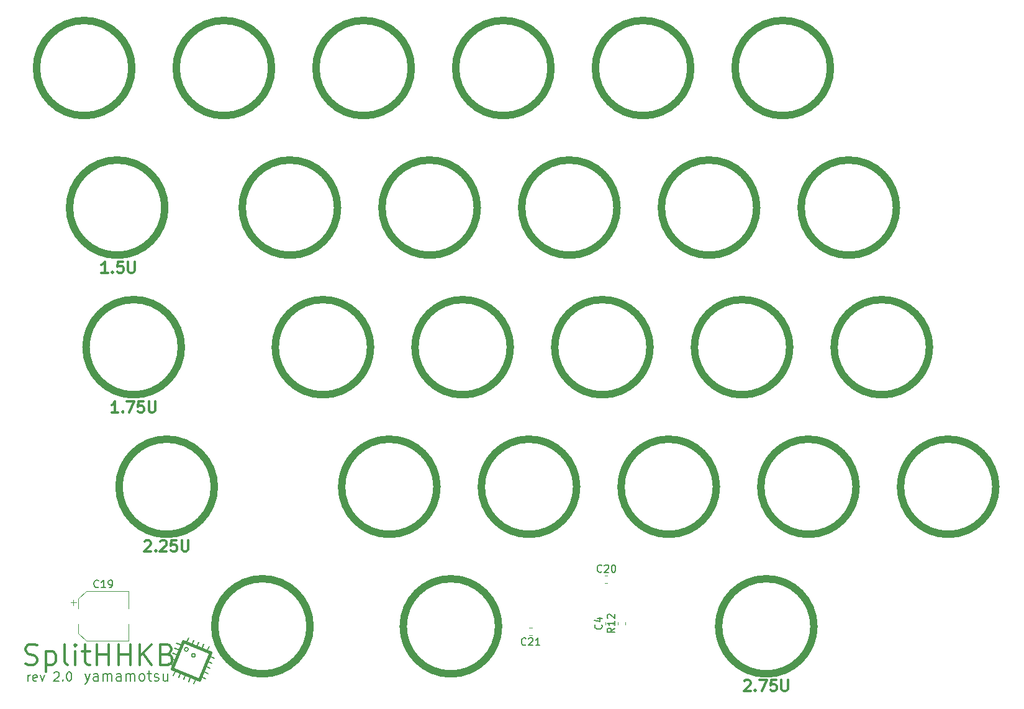
<source format=gbr>
G04 #@! TF.GenerationSoftware,KiCad,Pcbnew,(5.0.2)-1*
G04 #@! TF.CreationDate,2020-04-01T20:36:40+09:00*
G04 #@! TF.ProjectId,eckeyboard,65636b65-7962-46f6-9172-642e6b696361,rev?*
G04 #@! TF.SameCoordinates,Original*
G04 #@! TF.FileFunction,Legend,Top*
G04 #@! TF.FilePolarity,Positive*
%FSLAX46Y46*%
G04 Gerber Fmt 4.6, Leading zero omitted, Abs format (unit mm)*
G04 Created by KiCad (PCBNEW (5.0.2)-1) date 2020/04/01 20:36:40*
%MOMM*%
%LPD*%
G01*
G04 APERTURE LIST*
%ADD10C,0.300000*%
%ADD11C,0.200000*%
%ADD12C,0.120000*%
%ADD13C,1.000000*%
%ADD14C,0.400000*%
%ADD15C,0.150000*%
G04 APERTURE END LIST*
D10*
X42000000Y-131333333D02*
X42400000Y-131466666D01*
X43066666Y-131466666D01*
X43333333Y-131333333D01*
X43466666Y-131200000D01*
X43600000Y-130933333D01*
X43600000Y-130666666D01*
X43466666Y-130400000D01*
X43333333Y-130266666D01*
X43066666Y-130133333D01*
X42533333Y-130000000D01*
X42266666Y-129866666D01*
X42133333Y-129733333D01*
X42000000Y-129466666D01*
X42000000Y-129200000D01*
X42133333Y-128933333D01*
X42266666Y-128800000D01*
X42533333Y-128666666D01*
X43200000Y-128666666D01*
X43600000Y-128800000D01*
X44800000Y-129600000D02*
X44800000Y-132400000D01*
X44800000Y-129733333D02*
X45066666Y-129600000D01*
X45600000Y-129600000D01*
X45866666Y-129733333D01*
X46000000Y-129866666D01*
X46133333Y-130133333D01*
X46133333Y-130933333D01*
X46000000Y-131200000D01*
X45866666Y-131333333D01*
X45600000Y-131466666D01*
X45066666Y-131466666D01*
X44800000Y-131333333D01*
X47733333Y-131466666D02*
X47466666Y-131333333D01*
X47333333Y-131066666D01*
X47333333Y-128666666D01*
X48800000Y-131466666D02*
X48800000Y-129600000D01*
X48800000Y-128666666D02*
X48666666Y-128800000D01*
X48800000Y-128933333D01*
X48933333Y-128800000D01*
X48800000Y-128666666D01*
X48800000Y-128933333D01*
X49733333Y-129600000D02*
X50800000Y-129600000D01*
X50133333Y-128666666D02*
X50133333Y-131066666D01*
X50266666Y-131333333D01*
X50533333Y-131466666D01*
X50800000Y-131466666D01*
X51733333Y-131466666D02*
X51733333Y-128666666D01*
X51733333Y-130000000D02*
X53333333Y-130000000D01*
X53333333Y-131466666D02*
X53333333Y-128666666D01*
X54666666Y-131466666D02*
X54666666Y-128666666D01*
X54666666Y-130000000D02*
X56266666Y-130000000D01*
X56266666Y-131466666D02*
X56266666Y-128666666D01*
X57600000Y-131466666D02*
X57600000Y-128666666D01*
X59200000Y-131466666D02*
X58000000Y-129866666D01*
X59200000Y-128666666D02*
X57600000Y-130266666D01*
X61333333Y-130000000D02*
X61733333Y-130133333D01*
X61866666Y-130266666D01*
X62000000Y-130533333D01*
X62000000Y-130933333D01*
X61866666Y-131200000D01*
X61733333Y-131333333D01*
X61466666Y-131466666D01*
X60400000Y-131466666D01*
X60400000Y-128666666D01*
X61333333Y-128666666D01*
X61600000Y-128800000D01*
X61733333Y-128933333D01*
X61866666Y-129200000D01*
X61866666Y-129466666D01*
X61733333Y-129733333D01*
X61600000Y-129866666D01*
X61333333Y-130000000D01*
X60400000Y-130000000D01*
D11*
X50100000Y-132700000D02*
X50433333Y-133633333D01*
X50766666Y-132700000D02*
X50433333Y-133633333D01*
X50300000Y-133966666D01*
X50233333Y-134033333D01*
X50100000Y-134100000D01*
X51900000Y-133633333D02*
X51900000Y-132900000D01*
X51833333Y-132766666D01*
X51700000Y-132700000D01*
X51433333Y-132700000D01*
X51300000Y-132766666D01*
X51900000Y-133566666D02*
X51766666Y-133633333D01*
X51433333Y-133633333D01*
X51300000Y-133566666D01*
X51233333Y-133433333D01*
X51233333Y-133300000D01*
X51300000Y-133166666D01*
X51433333Y-133100000D01*
X51766666Y-133100000D01*
X51900000Y-133033333D01*
X52566666Y-133633333D02*
X52566666Y-132700000D01*
X52566666Y-132833333D02*
X52633333Y-132766666D01*
X52766666Y-132700000D01*
X52966666Y-132700000D01*
X53100000Y-132766666D01*
X53166666Y-132900000D01*
X53166666Y-133633333D01*
X53166666Y-132900000D02*
X53233333Y-132766666D01*
X53366666Y-132700000D01*
X53566666Y-132700000D01*
X53700000Y-132766666D01*
X53766666Y-132900000D01*
X53766666Y-133633333D01*
X55033333Y-133633333D02*
X55033333Y-132900000D01*
X54966666Y-132766666D01*
X54833333Y-132700000D01*
X54566666Y-132700000D01*
X54433333Y-132766666D01*
X55033333Y-133566666D02*
X54900000Y-133633333D01*
X54566666Y-133633333D01*
X54433333Y-133566666D01*
X54366666Y-133433333D01*
X54366666Y-133300000D01*
X54433333Y-133166666D01*
X54566666Y-133100000D01*
X54900000Y-133100000D01*
X55033333Y-133033333D01*
X55700000Y-133633333D02*
X55700000Y-132700000D01*
X55700000Y-132833333D02*
X55766666Y-132766666D01*
X55900000Y-132700000D01*
X56100000Y-132700000D01*
X56233333Y-132766666D01*
X56300000Y-132900000D01*
X56300000Y-133633333D01*
X56300000Y-132900000D02*
X56366666Y-132766666D01*
X56500000Y-132700000D01*
X56700000Y-132700000D01*
X56833333Y-132766666D01*
X56900000Y-132900000D01*
X56900000Y-133633333D01*
X57766666Y-133633333D02*
X57633333Y-133566666D01*
X57566666Y-133500000D01*
X57500000Y-133366666D01*
X57500000Y-132966666D01*
X57566666Y-132833333D01*
X57633333Y-132766666D01*
X57766666Y-132700000D01*
X57966666Y-132700000D01*
X58100000Y-132766666D01*
X58166666Y-132833333D01*
X58233333Y-132966666D01*
X58233333Y-133366666D01*
X58166666Y-133500000D01*
X58100000Y-133566666D01*
X57966666Y-133633333D01*
X57766666Y-133633333D01*
X58633333Y-132700000D02*
X59166666Y-132700000D01*
X58833333Y-132233333D02*
X58833333Y-133433333D01*
X58900000Y-133566666D01*
X59033333Y-133633333D01*
X59166666Y-133633333D01*
X59566666Y-133566666D02*
X59700000Y-133633333D01*
X59966666Y-133633333D01*
X60100000Y-133566666D01*
X60166666Y-133433333D01*
X60166666Y-133366666D01*
X60100000Y-133233333D01*
X59966666Y-133166666D01*
X59766666Y-133166666D01*
X59633333Y-133100000D01*
X59566666Y-132966666D01*
X59566666Y-132900000D01*
X59633333Y-132766666D01*
X59766666Y-132700000D01*
X59966666Y-132700000D01*
X60100000Y-132766666D01*
X61366666Y-132700000D02*
X61366666Y-133633333D01*
X60766666Y-132700000D02*
X60766666Y-133433333D01*
X60833333Y-133566666D01*
X60966666Y-133633333D01*
X61166666Y-133633333D01*
X61300000Y-133566666D01*
X61366666Y-133500000D01*
X42357142Y-133642857D02*
X42357142Y-132842857D01*
X42357142Y-133071428D02*
X42414285Y-132957142D01*
X42471428Y-132900000D01*
X42585714Y-132842857D01*
X42700000Y-132842857D01*
X43557142Y-133585714D02*
X43442857Y-133642857D01*
X43214285Y-133642857D01*
X43100000Y-133585714D01*
X43042857Y-133471428D01*
X43042857Y-133014285D01*
X43100000Y-132900000D01*
X43214285Y-132842857D01*
X43442857Y-132842857D01*
X43557142Y-132900000D01*
X43614285Y-133014285D01*
X43614285Y-133128571D01*
X43042857Y-133242857D01*
X44014285Y-132842857D02*
X44300000Y-133642857D01*
X44585714Y-132842857D01*
X45900000Y-132557142D02*
X45957142Y-132500000D01*
X46071428Y-132442857D01*
X46357142Y-132442857D01*
X46471428Y-132500000D01*
X46528571Y-132557142D01*
X46585714Y-132671428D01*
X46585714Y-132785714D01*
X46528571Y-132957142D01*
X45842857Y-133642857D01*
X46585714Y-133642857D01*
X47100000Y-133528571D02*
X47157142Y-133585714D01*
X47100000Y-133642857D01*
X47042857Y-133585714D01*
X47100000Y-133528571D01*
X47100000Y-133642857D01*
X47900000Y-132442857D02*
X48014285Y-132442857D01*
X48128571Y-132500000D01*
X48185714Y-132557142D01*
X48242857Y-132671428D01*
X48300000Y-132900000D01*
X48300000Y-133185714D01*
X48242857Y-133414285D01*
X48185714Y-133528571D01*
X48128571Y-133585714D01*
X48014285Y-133642857D01*
X47900000Y-133642857D01*
X47785714Y-133585714D01*
X47728571Y-133528571D01*
X47671428Y-133414285D01*
X47614285Y-133185714D01*
X47614285Y-132900000D01*
X47671428Y-132671428D01*
X47728571Y-132557142D01*
X47785714Y-132500000D01*
X47900000Y-132442857D01*
D10*
X140000000Y-133671428D02*
X140071428Y-133600000D01*
X140214285Y-133528571D01*
X140571428Y-133528571D01*
X140714285Y-133600000D01*
X140785714Y-133671428D01*
X140857142Y-133814285D01*
X140857142Y-133957142D01*
X140785714Y-134171428D01*
X139928571Y-135028571D01*
X140857142Y-135028571D01*
X141500000Y-134885714D02*
X141571428Y-134957142D01*
X141500000Y-135028571D01*
X141428571Y-134957142D01*
X141500000Y-134885714D01*
X141500000Y-135028571D01*
X142071428Y-133528571D02*
X143071428Y-133528571D01*
X142428571Y-135028571D01*
X144357142Y-133528571D02*
X143642857Y-133528571D01*
X143571428Y-134242857D01*
X143642857Y-134171428D01*
X143785714Y-134100000D01*
X144142857Y-134100000D01*
X144285714Y-134171428D01*
X144357142Y-134242857D01*
X144428571Y-134385714D01*
X144428571Y-134742857D01*
X144357142Y-134885714D01*
X144285714Y-134957142D01*
X144142857Y-135028571D01*
X143785714Y-135028571D01*
X143642857Y-134957142D01*
X143571428Y-134885714D01*
X145071428Y-133528571D02*
X145071428Y-134742857D01*
X145142857Y-134885714D01*
X145214285Y-134957142D01*
X145357142Y-135028571D01*
X145642857Y-135028571D01*
X145785714Y-134957142D01*
X145857142Y-134885714D01*
X145928571Y-134742857D01*
X145928571Y-133528571D01*
X58250000Y-114621428D02*
X58321428Y-114550000D01*
X58464285Y-114478571D01*
X58821428Y-114478571D01*
X58964285Y-114550000D01*
X59035714Y-114621428D01*
X59107142Y-114764285D01*
X59107142Y-114907142D01*
X59035714Y-115121428D01*
X58178571Y-115978571D01*
X59107142Y-115978571D01*
X59750000Y-115835714D02*
X59821428Y-115907142D01*
X59750000Y-115978571D01*
X59678571Y-115907142D01*
X59750000Y-115835714D01*
X59750000Y-115978571D01*
X60392857Y-114621428D02*
X60464285Y-114550000D01*
X60607142Y-114478571D01*
X60964285Y-114478571D01*
X61107142Y-114550000D01*
X61178571Y-114621428D01*
X61250000Y-114764285D01*
X61250000Y-114907142D01*
X61178571Y-115121428D01*
X60321428Y-115978571D01*
X61250000Y-115978571D01*
X62607142Y-114478571D02*
X61892857Y-114478571D01*
X61821428Y-115192857D01*
X61892857Y-115121428D01*
X62035714Y-115050000D01*
X62392857Y-115050000D01*
X62535714Y-115121428D01*
X62607142Y-115192857D01*
X62678571Y-115335714D01*
X62678571Y-115692857D01*
X62607142Y-115835714D01*
X62535714Y-115907142D01*
X62392857Y-115978571D01*
X62035714Y-115978571D01*
X61892857Y-115907142D01*
X61821428Y-115835714D01*
X63321428Y-114478571D02*
X63321428Y-115692857D01*
X63392857Y-115835714D01*
X63464285Y-115907142D01*
X63607142Y-115978571D01*
X63892857Y-115978571D01*
X64035714Y-115907142D01*
X64107142Y-115835714D01*
X64178571Y-115692857D01*
X64178571Y-114478571D01*
X54607142Y-97028571D02*
X53750000Y-97028571D01*
X54178571Y-97028571D02*
X54178571Y-95528571D01*
X54035714Y-95742857D01*
X53892857Y-95885714D01*
X53750000Y-95957142D01*
X55250000Y-96885714D02*
X55321428Y-96957142D01*
X55250000Y-97028571D01*
X55178571Y-96957142D01*
X55250000Y-96885714D01*
X55250000Y-97028571D01*
X55821428Y-95528571D02*
X56821428Y-95528571D01*
X56178571Y-97028571D01*
X58107142Y-95528571D02*
X57392857Y-95528571D01*
X57321428Y-96242857D01*
X57392857Y-96171428D01*
X57535714Y-96100000D01*
X57892857Y-96100000D01*
X58035714Y-96171428D01*
X58107142Y-96242857D01*
X58178571Y-96385714D01*
X58178571Y-96742857D01*
X58107142Y-96885714D01*
X58035714Y-96957142D01*
X57892857Y-97028571D01*
X57535714Y-97028571D01*
X57392857Y-96957142D01*
X57321428Y-96885714D01*
X58821428Y-95528571D02*
X58821428Y-96742857D01*
X58892857Y-96885714D01*
X58964285Y-96957142D01*
X59107142Y-97028571D01*
X59392857Y-97028571D01*
X59535714Y-96957142D01*
X59607142Y-96885714D01*
X59678571Y-96742857D01*
X59678571Y-95528571D01*
X53221428Y-77928571D02*
X52364285Y-77928571D01*
X52792857Y-77928571D02*
X52792857Y-76428571D01*
X52650000Y-76642857D01*
X52507142Y-76785714D01*
X52364285Y-76857142D01*
X53864285Y-77785714D02*
X53935714Y-77857142D01*
X53864285Y-77928571D01*
X53792857Y-77857142D01*
X53864285Y-77785714D01*
X53864285Y-77928571D01*
X55292857Y-76428571D02*
X54578571Y-76428571D01*
X54507142Y-77142857D01*
X54578571Y-77071428D01*
X54721428Y-77000000D01*
X55078571Y-77000000D01*
X55221428Y-77071428D01*
X55292857Y-77142857D01*
X55364285Y-77285714D01*
X55364285Y-77642857D01*
X55292857Y-77785714D01*
X55221428Y-77857142D01*
X55078571Y-77928571D01*
X54721428Y-77928571D01*
X54578571Y-77857142D01*
X54507142Y-77785714D01*
X56007142Y-76428571D02*
X56007142Y-77642857D01*
X56078571Y-77785714D01*
X56150000Y-77857142D01*
X56292857Y-77928571D01*
X56578571Y-77928571D01*
X56721428Y-77857142D01*
X56792857Y-77785714D01*
X56864285Y-77642857D01*
X56864285Y-76428571D01*
D12*
G04 #@! TO.C,C19*
X56010000Y-128210000D02*
X56010000Y-125860000D01*
X56010000Y-121390000D02*
X56010000Y-123740000D01*
X50254437Y-121390000D02*
X56010000Y-121390000D01*
X50254437Y-128210000D02*
X56010000Y-128210000D01*
X49190000Y-127145563D02*
X49190000Y-125860000D01*
X49190000Y-122454437D02*
X49190000Y-123740000D01*
X49190000Y-122454437D02*
X50254437Y-121390000D01*
X49190000Y-127145563D02*
X50254437Y-128210000D01*
X48162500Y-122952500D02*
X48950000Y-122952500D01*
X48556250Y-122558750D02*
X48556250Y-123346250D01*
D13*
G04 #@! TO.C,TP22*
X146200000Y-88100000D02*
G75*
G03X146200000Y-88100000I-6500000J0D01*
G01*
G04 #@! TO.C,TP11*
X80800000Y-126200000D02*
G75*
G03X80800000Y-126200000I-6500000J0D01*
G01*
G04 #@! TO.C,TP1*
X56500000Y-50000000D02*
G75*
G03X56500000Y-50000000I-6500000J0D01*
G01*
G04 #@! TO.C,TP2*
X61000000Y-69050000D02*
G75*
G03X61000000Y-69050000I-6500000J0D01*
G01*
G04 #@! TO.C,TP3*
X63250000Y-88100000D02*
G75*
G03X63250000Y-88100000I-6500000J0D01*
G01*
G04 #@! TO.C,TP4*
X75550000Y-50000000D02*
G75*
G03X75550000Y-50000000I-6500000J0D01*
G01*
G04 #@! TO.C,TP5*
X84550000Y-69050000D02*
G75*
G03X84550000Y-69050000I-6500000J0D01*
G01*
G04 #@! TO.C,TP6*
X89050000Y-88100000D02*
G75*
G03X89050000Y-88100000I-6500000J0D01*
G01*
G04 #@! TO.C,TP7*
X94600000Y-50000000D02*
G75*
G03X94600000Y-50000000I-6500000J0D01*
G01*
G04 #@! TO.C,TP8*
X103600000Y-69050000D02*
G75*
G03X103600000Y-69050000I-6500000J0D01*
G01*
G04 #@! TO.C,TP9*
X108100000Y-88100000D02*
G75*
G03X108100000Y-88100000I-6500000J0D01*
G01*
G04 #@! TO.C,TP10*
X67750000Y-107150000D02*
G75*
G03X67750000Y-107150000I-6500000J0D01*
G01*
G04 #@! TO.C,TP12*
X98100000Y-107150000D02*
G75*
G03X98100000Y-107150000I-6500000J0D01*
G01*
G04 #@! TO.C,TP13*
X106500000Y-126200000D02*
G75*
G03X106500000Y-126200000I-6500000J0D01*
G01*
G04 #@! TO.C,TP14*
X117150000Y-107150000D02*
G75*
G03X117150000Y-107150000I-6500000J0D01*
G01*
G04 #@! TO.C,TP15*
X113650000Y-50000000D02*
G75*
G03X113650000Y-50000000I-6500000J0D01*
G01*
G04 #@! TO.C,TP16*
X122650000Y-69050000D02*
G75*
G03X122650000Y-69050000I-6500000J0D01*
G01*
G04 #@! TO.C,TP17*
X127150000Y-88100000D02*
G75*
G03X127150000Y-88100000I-6500000J0D01*
G01*
G04 #@! TO.C,TP18*
X136200000Y-107150000D02*
G75*
G03X136200000Y-107150000I-6500000J0D01*
G01*
G04 #@! TO.C,TP19*
X149500000Y-126200000D02*
G75*
G03X149500000Y-126200000I-6500000J0D01*
G01*
G04 #@! TO.C,TP20*
X132700000Y-50000000D02*
G75*
G03X132700000Y-50000000I-6500000J0D01*
G01*
G04 #@! TO.C,TP21*
X141700000Y-69050000D02*
G75*
G03X141700000Y-69050000I-6500000J0D01*
G01*
G04 #@! TO.C,TP23*
X155250000Y-107150000D02*
G75*
G03X155250000Y-107150000I-6500000J0D01*
G01*
G04 #@! TO.C,TP24*
X151750000Y-50000000D02*
G75*
G03X151750000Y-50000000I-6500000J0D01*
G01*
G04 #@! TO.C,TP25*
X160750000Y-69050000D02*
G75*
G03X160750000Y-69050000I-6500000J0D01*
G01*
G04 #@! TO.C,TP26*
X165250000Y-88100000D02*
G75*
G03X165250000Y-88100000I-6500000J0D01*
G01*
G04 #@! TO.C,TP27*
X174300000Y-107150000D02*
G75*
G03X174300000Y-107150000I-6500000J0D01*
G01*
D12*
G04 #@! TO.C,C4*
X122110000Y-125971267D02*
X122110000Y-125628733D01*
X121090000Y-125971267D02*
X121090000Y-125628733D01*
G04 #@! TO.C,C20*
X121028733Y-119290000D02*
X121371267Y-119290000D01*
X121028733Y-120310000D02*
X121371267Y-120310000D01*
G04 #@! TO.C,C21*
X111046267Y-126390000D02*
X110703733Y-126390000D01*
X111046267Y-127410000D02*
X110703733Y-127410000D01*
G04 #@! TO.C,R12*
X122790000Y-125971267D02*
X122790000Y-125628733D01*
X123810000Y-125971267D02*
X123810000Y-125628733D01*
D14*
G04 #@! TO.C,REF\002A\002A*
X63494845Y-128296419D02*
X67203581Y-129794845D01*
X67203581Y-129794845D02*
X65705155Y-133503581D01*
X65705155Y-133503581D02*
X61996419Y-132005155D01*
X61996419Y-132005155D02*
X63494845Y-128296419D01*
D11*
X63958436Y-128483722D02*
X64239392Y-127788335D01*
X64653825Y-128764677D02*
X64934780Y-128069289D01*
X65349213Y-129045632D02*
X65630168Y-128350244D01*
X66044601Y-129326587D02*
X66325556Y-128631199D01*
X66739989Y-129607542D02*
X67020944Y-128912154D01*
X65892458Y-133039989D02*
X66587846Y-133320944D01*
X66735323Y-130953825D02*
X67430711Y-131234780D01*
X66454368Y-131649213D02*
X67149756Y-131930168D01*
X66173413Y-132344601D02*
X66868801Y-132625556D01*
X67016278Y-130258436D02*
X67711665Y-130539392D01*
X63155399Y-132473413D02*
X62874444Y-133168801D01*
X64546175Y-133035323D02*
X64265220Y-133730711D01*
X65241564Y-133316278D02*
X64960608Y-134011665D01*
X62460011Y-132192458D02*
X62179056Y-132887846D01*
X63850787Y-132754368D02*
X63569832Y-133449756D01*
X62745632Y-130150787D02*
X62050244Y-129869832D01*
X63026587Y-129455399D02*
X62331199Y-129174444D01*
X62464677Y-130846175D02*
X61769289Y-130565220D01*
X62183722Y-131541564D02*
X61488335Y-131260608D01*
X63307542Y-128760011D02*
X62612154Y-128479056D01*
D15*
X64186907Y-129337851D02*
G75*
G03X64186907Y-129337851I-250000J0D01*
G01*
X65149685Y-130158253D02*
G75*
G03X65149685Y-130158253I-250000J0D01*
G01*
G04 #@! TO.C,C19*
X51957142Y-120807142D02*
X51909523Y-120854761D01*
X51766666Y-120902380D01*
X51671428Y-120902380D01*
X51528571Y-120854761D01*
X51433333Y-120759523D01*
X51385714Y-120664285D01*
X51338095Y-120473809D01*
X51338095Y-120330952D01*
X51385714Y-120140476D01*
X51433333Y-120045238D01*
X51528571Y-119950000D01*
X51671428Y-119902380D01*
X51766666Y-119902380D01*
X51909523Y-119950000D01*
X51957142Y-119997619D01*
X52909523Y-120902380D02*
X52338095Y-120902380D01*
X52623809Y-120902380D02*
X52623809Y-119902380D01*
X52528571Y-120045238D01*
X52433333Y-120140476D01*
X52338095Y-120188095D01*
X53385714Y-120902380D02*
X53576190Y-120902380D01*
X53671428Y-120854761D01*
X53719047Y-120807142D01*
X53814285Y-120664285D01*
X53861904Y-120473809D01*
X53861904Y-120092857D01*
X53814285Y-119997619D01*
X53766666Y-119950000D01*
X53671428Y-119902380D01*
X53480952Y-119902380D01*
X53385714Y-119950000D01*
X53338095Y-119997619D01*
X53290476Y-120092857D01*
X53290476Y-120330952D01*
X53338095Y-120426190D01*
X53385714Y-120473809D01*
X53480952Y-120521428D01*
X53671428Y-120521428D01*
X53766666Y-120473809D01*
X53814285Y-120426190D01*
X53861904Y-120330952D01*
G04 #@! TO.C,C4*
X120527142Y-125966666D02*
X120574761Y-126014285D01*
X120622380Y-126157142D01*
X120622380Y-126252380D01*
X120574761Y-126395238D01*
X120479523Y-126490476D01*
X120384285Y-126538095D01*
X120193809Y-126585714D01*
X120050952Y-126585714D01*
X119860476Y-126538095D01*
X119765238Y-126490476D01*
X119670000Y-126395238D01*
X119622380Y-126252380D01*
X119622380Y-126157142D01*
X119670000Y-126014285D01*
X119717619Y-125966666D01*
X119955714Y-125109523D02*
X120622380Y-125109523D01*
X119574761Y-125347619D02*
X120289047Y-125585714D01*
X120289047Y-124966666D01*
G04 #@! TO.C,C20*
X120557142Y-118727142D02*
X120509523Y-118774761D01*
X120366666Y-118822380D01*
X120271428Y-118822380D01*
X120128571Y-118774761D01*
X120033333Y-118679523D01*
X119985714Y-118584285D01*
X119938095Y-118393809D01*
X119938095Y-118250952D01*
X119985714Y-118060476D01*
X120033333Y-117965238D01*
X120128571Y-117870000D01*
X120271428Y-117822380D01*
X120366666Y-117822380D01*
X120509523Y-117870000D01*
X120557142Y-117917619D01*
X120938095Y-117917619D02*
X120985714Y-117870000D01*
X121080952Y-117822380D01*
X121319047Y-117822380D01*
X121414285Y-117870000D01*
X121461904Y-117917619D01*
X121509523Y-118012857D01*
X121509523Y-118108095D01*
X121461904Y-118250952D01*
X120890476Y-118822380D01*
X121509523Y-118822380D01*
X122128571Y-117822380D02*
X122223809Y-117822380D01*
X122319047Y-117870000D01*
X122366666Y-117917619D01*
X122414285Y-118012857D01*
X122461904Y-118203333D01*
X122461904Y-118441428D01*
X122414285Y-118631904D01*
X122366666Y-118727142D01*
X122319047Y-118774761D01*
X122223809Y-118822380D01*
X122128571Y-118822380D01*
X122033333Y-118774761D01*
X121985714Y-118727142D01*
X121938095Y-118631904D01*
X121890476Y-118441428D01*
X121890476Y-118203333D01*
X121938095Y-118012857D01*
X121985714Y-117917619D01*
X122033333Y-117870000D01*
X122128571Y-117822380D01*
G04 #@! TO.C,C21*
X110232142Y-128687142D02*
X110184523Y-128734761D01*
X110041666Y-128782380D01*
X109946428Y-128782380D01*
X109803571Y-128734761D01*
X109708333Y-128639523D01*
X109660714Y-128544285D01*
X109613095Y-128353809D01*
X109613095Y-128210952D01*
X109660714Y-128020476D01*
X109708333Y-127925238D01*
X109803571Y-127830000D01*
X109946428Y-127782380D01*
X110041666Y-127782380D01*
X110184523Y-127830000D01*
X110232142Y-127877619D01*
X110613095Y-127877619D02*
X110660714Y-127830000D01*
X110755952Y-127782380D01*
X110994047Y-127782380D01*
X111089285Y-127830000D01*
X111136904Y-127877619D01*
X111184523Y-127972857D01*
X111184523Y-128068095D01*
X111136904Y-128210952D01*
X110565476Y-128782380D01*
X111184523Y-128782380D01*
X112136904Y-128782380D02*
X111565476Y-128782380D01*
X111851190Y-128782380D02*
X111851190Y-127782380D01*
X111755952Y-127925238D01*
X111660714Y-128020476D01*
X111565476Y-128068095D01*
G04 #@! TO.C,R12*
X122322380Y-126442857D02*
X121846190Y-126776190D01*
X122322380Y-127014285D02*
X121322380Y-127014285D01*
X121322380Y-126633333D01*
X121370000Y-126538095D01*
X121417619Y-126490476D01*
X121512857Y-126442857D01*
X121655714Y-126442857D01*
X121750952Y-126490476D01*
X121798571Y-126538095D01*
X121846190Y-126633333D01*
X121846190Y-127014285D01*
X122322380Y-125490476D02*
X122322380Y-126061904D01*
X122322380Y-125776190D02*
X121322380Y-125776190D01*
X121465238Y-125871428D01*
X121560476Y-125966666D01*
X121608095Y-126061904D01*
X121417619Y-125109523D02*
X121370000Y-125061904D01*
X121322380Y-124966666D01*
X121322380Y-124728571D01*
X121370000Y-124633333D01*
X121417619Y-124585714D01*
X121512857Y-124538095D01*
X121608095Y-124538095D01*
X121750952Y-124585714D01*
X122322380Y-125157142D01*
X122322380Y-124538095D01*
G04 #@! TD*
M02*

</source>
